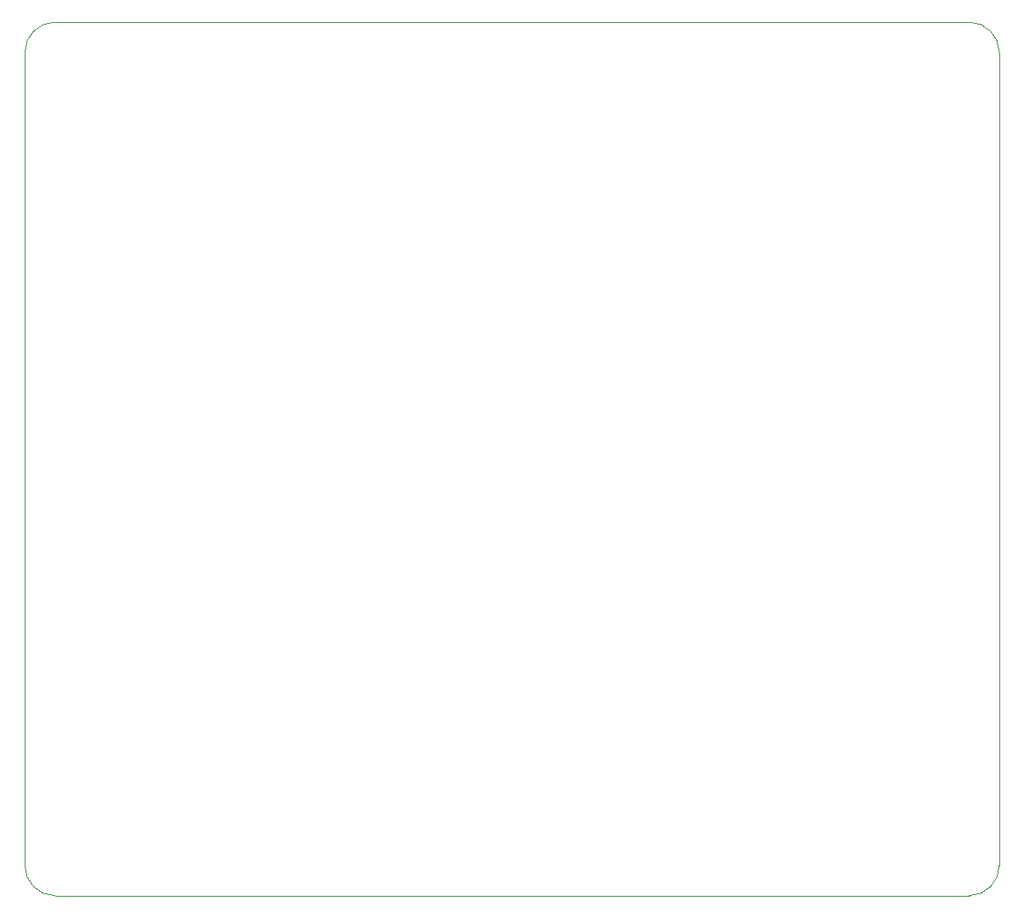
<source format=gbr>
%TF.GenerationSoftware,KiCad,Pcbnew,7.0.7*%
%TF.CreationDate,2023-12-23T12:05:02-04:00*%
%TF.ProjectId,teclado 4x4 i2c,7465636c-6164-46f2-9034-783420693263,rev?*%
%TF.SameCoordinates,Original*%
%TF.FileFunction,Profile,NP*%
%FSLAX46Y46*%
G04 Gerber Fmt 4.6, Leading zero omitted, Abs format (unit mm)*
G04 Created by KiCad (PCBNEW 7.0.7) date 2023-12-23 12:05:02*
%MOMM*%
%LPD*%
G01*
G04 APERTURE LIST*
%TA.AperFunction,Profile*%
%ADD10C,0.100000*%
%TD*%
G04 APERTURE END LIST*
D10*
X88000000Y-62000000D02*
X88000000Y-143000000D01*
X88000000Y-143000000D02*
G75*
G03*
X91000000Y-146000000I3000000J0D01*
G01*
X91000000Y-146000000D02*
X182000000Y-146000000D01*
X185000000Y-62000000D02*
X185000000Y-143000000D01*
X182000000Y-146000000D02*
G75*
G03*
X185000000Y-143000000I0J3000000D01*
G01*
X185000000Y-62000000D02*
G75*
G03*
X182000000Y-59000000I-3000000J0D01*
G01*
X91000000Y-59000000D02*
X182000000Y-59000000D01*
X91000000Y-59000000D02*
G75*
G03*
X88000000Y-62000000I0J-3000000D01*
G01*
M02*

</source>
